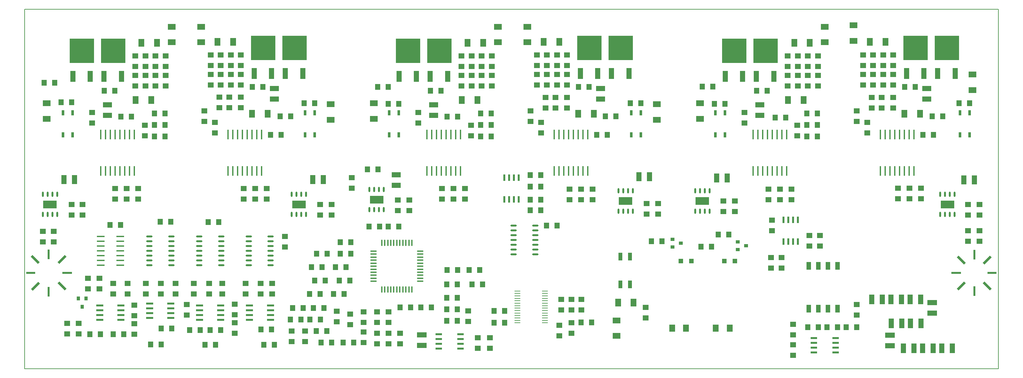
<source format=gbr>
G04 EasyPC Gerber Version 20.0.2 Build 4112 *
G04 #@! TF.Part,Single*
G04 #@! TF.FileFunction,Paste,Top *
%FSLAX35Y35*%
%MOIN*%
G04 #@! TA.AperFunction,SMDPad*
%ADD143O,0.01200X0.06880*%
%ADD154O,0.01762X0.05502*%
%ADD144O,0.06880X0.01200*%
%ADD159O,0.06600X0.01900*%
%ADD167R,0.06000X0.00778*%
%ADD160R,0.08060X0.01760*%
%ADD139R,0.01760X0.09900*%
%ADD150R,0.07400X0.01900*%
%ADD156R,0.02156X0.06880*%
G04 #@! TA.AperFunction,WasherPad*
%ADD132R,0.02400X0.10400*%
G04 #@! TA.AperFunction,SMDPad*
%ADD161R,0.02900X0.05400*%
%ADD164R,0.03400X0.04200*%
%ADD141R,0.04400X0.07900*%
%ADD142R,0.04500X0.08400*%
%ADD163R,0.04912X0.04912*%
%ADD136R,0.05699X0.11211*%
%ADD152R,0.05700X0.06490*%
%ADD165R,0.06880X0.02156*%
G04 #@! TA.AperFunction,WasherPad*
%ADD133R,0.09400X0.02400*%
%AMT134*0 Rectangle Pad at angle 45*21,1,0.02400,0.10400,0,0,45*%
%ADD134T134*%
%ADD131R,0.10400X0.02400*%
G04 #@! TA.AperFunction,SMDPad*
%ADD162R,0.04200X0.03400*%
%ADD151R,0.06490X0.05700*%
%ADD153R,0.05700X0.09600*%
%ADD168R,0.05700X0.10030*%
%ADD140R,0.06400X0.07400*%
%ADD157R,0.06400X0.07900*%
%ADD138R,0.09600X0.05700*%
%ADD166R,0.10030X0.05700*%
%ADD158R,0.07900X0.06400*%
%ADD155R,0.14400X0.08455*%
G04 #@! TD.AperFunction*
%ADD10C,0.00500*%
G04 #@! TA.AperFunction,WasherPad*
%AMT135*0 Rectangle Pad at angle 135*21,1,0.02400,0.10400,0,0,135*%
%ADD135T135*%
G04 #@! TA.AperFunction,SMDPad*
%ADD137R,0.25778X0.25778*%
X0Y0D02*
D02*
D10*
X1292500Y1627789D02*
X2307500D01*
Y2002789*
X1292500*
Y1627789*
D02*
D131*
X1337000Y1727789D03*
X2263500D03*
D02*
D132*
X1317500Y1708289D03*
Y1747289D03*
X2282500Y1708789D03*
Y1746789D03*
D02*
D133*
X1299000Y1727789D03*
X2301000D03*
D02*
D134*
X1303500Y1741789D03*
X1331500Y1714289D03*
X2269000Y1741289D03*
X2296000Y1714289D03*
D02*
D135*
X1304000Y1713789D03*
X1331500Y1741789D03*
X2269000Y1714289D03*
X2296000Y1741289D03*
D02*
D136*
X1342839Y1932978D03*
X1360949D03*
X1375339D03*
X1393449D03*
X1531839Y1935978D03*
X1549949D03*
X1564339D03*
X1582449D03*
X1682839Y1932978D03*
X1700949D03*
X1715339D03*
X1733449D03*
X1871839Y1935978D03*
X1889949D03*
X1904339D03*
X1922449D03*
X2022839Y1932978D03*
X2040949D03*
X2055339D03*
X2073449D03*
X2211839Y1935978D03*
X2229949D03*
X2244339D03*
X2262449D03*
D02*
D137*
X1352287Y1959356D03*
X1384787D03*
X1541287Y1962356D03*
X1573787D03*
X1692287Y1959356D03*
X1724787D03*
X1881287Y1962356D03*
X1913787D03*
X2032287Y1959356D03*
X2064787D03*
X2221287Y1962356D03*
X2253787D03*
D02*
D138*
X1379000Y1892289D03*
Y1903289D03*
X1553000Y1909289D03*
Y1920289D03*
X1680000Y1819289D03*
Y1830289D03*
X1719000Y1892289D03*
Y1903289D03*
X1893000Y1909289D03*
Y1920289D03*
X2059000Y1892289D03*
Y1903289D03*
X2233000Y1909289D03*
Y1920289D03*
D02*
D139*
X1372000Y1834289D03*
Y1872289D03*
X1377000Y1834289D03*
Y1872289D03*
X1382000Y1834289D03*
Y1872289D03*
X1387000Y1834289D03*
Y1872289D03*
X1392000Y1834289D03*
Y1872289D03*
X1397000Y1834289D03*
Y1872289D03*
X1402000Y1834289D03*
Y1872289D03*
X1407000Y1834289D03*
Y1872289D03*
X1504500Y1834289D03*
Y1872289D03*
X1509500Y1834289D03*
Y1872289D03*
X1514500Y1834289D03*
Y1872289D03*
X1519500Y1834289D03*
Y1872289D03*
X1524500Y1834289D03*
Y1872289D03*
X1529500Y1834289D03*
Y1872289D03*
X1534500Y1834289D03*
Y1872289D03*
X1539500Y1834289D03*
Y1872289D03*
X1712000Y1834289D03*
Y1872289D03*
X1717000Y1834289D03*
Y1872289D03*
X1722000Y1834289D03*
Y1872289D03*
X1727000Y1834289D03*
Y1872289D03*
X1732000Y1834289D03*
Y1872289D03*
X1737000Y1834289D03*
Y1872289D03*
X1742000Y1834289D03*
Y1872289D03*
X1747000Y1834289D03*
Y1872289D03*
X1844500Y1834289D03*
Y1872289D03*
X1849500Y1834289D03*
Y1872289D03*
X1854500Y1834289D03*
Y1872289D03*
X1859500Y1834289D03*
Y1872289D03*
X1864500Y1834289D03*
Y1872289D03*
X1869500Y1834289D03*
Y1872289D03*
X1874500Y1834289D03*
Y1872289D03*
X1879500Y1834289D03*
Y1872289D03*
X2052000Y1834289D03*
Y1872289D03*
X2057000Y1834289D03*
Y1872289D03*
X2062000Y1834289D03*
Y1872289D03*
X2067000Y1834289D03*
Y1872289D03*
X2072000Y1834289D03*
Y1872289D03*
X2077000Y1834289D03*
Y1872289D03*
X2082000Y1834289D03*
Y1872289D03*
X2087000Y1834289D03*
Y1872289D03*
X2184500Y1834289D03*
Y1872289D03*
X2189500Y1834289D03*
Y1872289D03*
X2194500Y1834289D03*
Y1872289D03*
X2199500Y1834289D03*
Y1872289D03*
X2204500Y1834289D03*
Y1872289D03*
X2209500Y1834289D03*
Y1872289D03*
X2214500Y1834289D03*
Y1872289D03*
X2219500Y1834289D03*
Y1872289D03*
D02*
D140*
X1967500Y1670289D03*
X1982000D03*
X2013000D03*
X2027500D03*
D02*
D141*
X1913500Y1715789D03*
Y1744789D03*
X1923500Y1715789D03*
Y1744789D03*
D02*
D142*
X2110000Y1690407D03*
Y1735171D03*
X2120000Y1690407D03*
Y1735171D03*
X2130000Y1690407D03*
Y1735171D03*
X2140000Y1690407D03*
Y1735171D03*
D02*
D143*
X1664752Y1710380D03*
Y1759199D03*
X1667902Y1710380D03*
Y1759199D03*
X1671051Y1710380D03*
Y1759199D03*
X1674201Y1710380D03*
Y1759199D03*
X1677350Y1710380D03*
Y1759199D03*
X1680500Y1710380D03*
Y1759199D03*
X1683650Y1710380D03*
Y1759199D03*
X1686799Y1710380D03*
Y1759199D03*
X1689949Y1710380D03*
Y1759199D03*
X1693098Y1710380D03*
Y1759199D03*
X1696248Y1710380D03*
Y1759199D03*
D02*
D144*
X1656091Y1719041D03*
Y1722191D03*
Y1725341D03*
Y1728490D03*
Y1731640D03*
Y1734789D03*
Y1737939D03*
Y1741089D03*
Y1744238D03*
Y1747388D03*
Y1750537D03*
X1704909Y1719041D03*
Y1722191D03*
Y1725341D03*
Y1728490D03*
Y1731640D03*
Y1734789D03*
Y1737939D03*
Y1741089D03*
Y1744238D03*
Y1747388D03*
Y1750537D03*
D02*
D150*
X1371000Y1678789D03*
Y1683789D03*
Y1688789D03*
Y1693789D03*
X1393000Y1678789D03*
Y1683789D03*
Y1688789D03*
Y1693789D03*
X1423000Y1680789D03*
Y1685789D03*
Y1690789D03*
Y1695789D03*
X1445000Y1680789D03*
Y1685789D03*
Y1690789D03*
Y1695789D03*
X1475000Y1678789D03*
Y1683789D03*
Y1688789D03*
Y1693789D03*
X1497000Y1678789D03*
Y1683789D03*
Y1688789D03*
Y1693789D03*
X1527000Y1678789D03*
Y1683789D03*
Y1688789D03*
Y1693789D03*
X1549000Y1678789D03*
Y1683789D03*
Y1688789D03*
Y1693789D03*
D02*
D151*
X1311500Y1760289D03*
Y1771289D03*
X1323000Y1760289D03*
Y1771289D03*
X1337000Y1664289D03*
Y1675289D03*
X1341500Y1788289D03*
Y1799289D03*
X1349000Y1664289D03*
Y1675289D03*
X1353000Y1788289D03*
Y1799289D03*
X1358500Y1711289D03*
Y1722289D03*
X1363000Y1884289D03*
Y1895289D03*
X1370500Y1711289D03*
Y1722289D03*
X1385000Y1705789D03*
Y1716789D03*
X1387000Y1804789D03*
Y1815789D03*
X1399000Y1804789D03*
Y1815789D03*
X1400000Y1705789D03*
Y1716789D03*
X1407000Y1663789D03*
Y1674789D03*
Y1683289D03*
Y1694289D03*
X1408000Y1922789D03*
Y1933789D03*
Y1943289D03*
Y1954289D03*
X1411000Y1804789D03*
Y1815789D03*
X1418000Y1870789D03*
Y1881789D03*
X1418500Y1922789D03*
Y1933789D03*
Y1943289D03*
Y1954289D03*
X1419000Y1705789D03*
Y1716789D03*
X1429000Y1922789D03*
Y1933789D03*
Y1943289D03*
Y1954289D03*
X1434500Y1705789D03*
Y1716789D03*
X1439500Y1922789D03*
Y1933789D03*
Y1943289D03*
Y1954289D03*
X1450000Y1705789D03*
Y1716789D03*
X1461500Y1683789D03*
Y1694789D03*
X1469000Y1705789D03*
Y1716789D03*
X1480000Y1885789D03*
Y1896789D03*
X1485000Y1705789D03*
Y1716789D03*
X1486500Y1923789D03*
Y1934789D03*
Y1944289D03*
Y1955289D03*
X1491000Y1873789D03*
Y1884789D03*
X1495500Y1900289D03*
Y1911289D03*
X1497000Y1923789D03*
Y1934789D03*
Y1944289D03*
Y1955289D03*
X1498500Y1705789D03*
Y1716789D03*
X1506000Y1900289D03*
Y1911289D03*
X1507500Y1923789D03*
Y1934789D03*
Y1944289D03*
Y1955289D03*
X1511500Y1664789D03*
Y1675789D03*
Y1684289D03*
Y1695289D03*
X1518000Y1900289D03*
Y1911289D03*
Y1923789D03*
Y1934789D03*
Y1944289D03*
Y1955289D03*
X1521000Y1804789D03*
Y1815789D03*
X1523000Y1705789D03*
Y1716789D03*
X1533000Y1804789D03*
Y1815789D03*
X1538500Y1705789D03*
Y1716789D03*
X1545000Y1804789D03*
Y1815789D03*
X1550500Y1705789D03*
Y1716789D03*
X1564000Y1754789D03*
Y1765789D03*
X1571000Y1656289D03*
Y1667289D03*
X1585000Y1656289D03*
Y1667289D03*
X1600500Y1788289D03*
Y1799289D03*
X1612500Y1788289D03*
Y1799289D03*
X1618000Y1676789D03*
Y1687789D03*
X1632000Y1673789D03*
Y1684789D03*
X1633500Y1816289D03*
Y1827289D03*
X1646000Y1655289D03*
Y1666289D03*
Y1676289D03*
Y1687289D03*
X1660000Y1653789D03*
Y1664789D03*
Y1676289D03*
Y1687289D03*
X1672000Y1653789D03*
Y1664789D03*
Y1676289D03*
Y1687289D03*
X1681500Y1792789D03*
Y1803789D03*
X1684000Y1653789D03*
Y1664789D03*
X1693500Y1792789D03*
Y1803789D03*
X1703000Y1884289D03*
Y1895289D03*
X1727500Y1804789D03*
Y1815789D03*
X1739500Y1804789D03*
Y1815789D03*
X1748000Y1922789D03*
Y1933789D03*
Y1943289D03*
Y1954289D03*
X1751500Y1804789D03*
Y1815789D03*
X1755000Y1677289D03*
Y1688289D03*
X1758000Y1870789D03*
Y1881789D03*
X1758500Y1922789D03*
Y1933789D03*
Y1943289D03*
Y1954289D03*
X1765000Y1649289D03*
Y1660289D03*
X1769000Y1922789D03*
Y1933789D03*
Y1943289D03*
Y1954289D03*
X1777500Y1649289D03*
Y1660289D03*
X1779500Y1922789D03*
Y1933789D03*
Y1943289D03*
Y1954289D03*
X1820000Y1885789D03*
Y1896789D03*
X1826500Y1923789D03*
Y1934789D03*
Y1944289D03*
Y1955289D03*
X1831000Y1873789D03*
Y1884789D03*
X1835500Y1899789D03*
Y1910789D03*
X1837000Y1923789D03*
Y1934789D03*
Y1944289D03*
Y1955289D03*
X1846000Y1899789D03*
Y1910789D03*
X1847500Y1923789D03*
Y1934789D03*
Y1944289D03*
Y1955289D03*
X1850000Y1662289D03*
Y1673289D03*
X1852000Y1689289D03*
Y1700289D03*
X1858000Y1899789D03*
Y1910789D03*
Y1923789D03*
Y1934789D03*
Y1944289D03*
Y1955289D03*
X1860500Y1804289D03*
Y1815289D03*
X1862500Y1664789D03*
Y1675789D03*
Y1689289D03*
Y1700289D03*
X1872500Y1804289D03*
Y1815289D03*
X1873000Y1689289D03*
Y1700289D03*
X1884500Y1804289D03*
Y1815289D03*
X1940000Y1680789D03*
Y1691789D03*
X1941000Y1789289D03*
Y1800289D03*
X1953000Y1789289D03*
Y1800289D03*
X2021000Y1791789D03*
Y1802789D03*
X2033000Y1791789D03*
Y1802789D03*
X2043000Y1884289D03*
Y1895289D03*
X2068000Y1804289D03*
Y1815289D03*
X2070500Y1732789D03*
Y1743789D03*
X2071500Y1771789D03*
Y1782789D03*
X2080000Y1804289D03*
Y1815289D03*
X2081500Y1732789D03*
Y1743789D03*
X2088000Y1922789D03*
Y1933789D03*
Y1943289D03*
Y1954289D03*
X2092000Y1804289D03*
Y1815289D03*
X2093500Y1641789D03*
Y1652789D03*
Y1663289D03*
Y1674289D03*
X2098000Y1870789D03*
Y1881789D03*
X2098500Y1922789D03*
Y1933789D03*
Y1943289D03*
Y1954289D03*
X2109000Y1922789D03*
Y1933789D03*
Y1943289D03*
Y1954289D03*
X2110500Y1755789D03*
Y1766789D03*
X2119500Y1922789D03*
Y1933789D03*
Y1943289D03*
Y1954289D03*
X2121500Y1755789D03*
Y1766789D03*
X2160000Y1683789D03*
Y1694789D03*
Y1885789D03*
Y1896789D03*
X2166500Y1923789D03*
Y1934789D03*
Y1944289D03*
Y1955289D03*
X2171000Y1873789D03*
Y1884789D03*
X2175500Y1899789D03*
Y1910789D03*
X2177000Y1923789D03*
Y1934789D03*
Y1944289D03*
Y1955289D03*
X2186000Y1899789D03*
Y1910789D03*
X2187500Y1923789D03*
Y1934789D03*
Y1944289D03*
Y1955289D03*
X2198000Y1899789D03*
Y1910789D03*
Y1923789D03*
Y1934789D03*
Y1944289D03*
Y1955289D03*
X2203000Y1805289D03*
Y1816289D03*
X2215000Y1805289D03*
Y1816289D03*
X2227000Y1805289D03*
Y1816289D03*
X2276000Y1760789D03*
Y1771789D03*
Y1788289D03*
Y1799289D03*
X2288000Y1760789D03*
Y1771789D03*
Y1788289D03*
Y1799289D03*
D02*
D152*
X1313000Y1926289D03*
X1324000D03*
X1330500Y1905789D03*
X1341500D03*
X1360500Y1663789D03*
X1371500D03*
X1375500Y1917789D03*
X1381500Y1777789D03*
X1385000Y1663789D03*
X1386500Y1917789D03*
X1392500Y1777789D03*
X1393000Y1890789D03*
X1396000Y1663789D03*
X1404000Y1890789D03*
X1424000Y1653289D03*
X1428000Y1870289D03*
Y1882289D03*
Y1894289D03*
X1434000Y1781289D03*
X1435000Y1653289D03*
Y1669789D03*
X1439000Y1870289D03*
Y1882289D03*
Y1894289D03*
X1445000Y1781289D03*
X1446000Y1669789D03*
X1464500Y1668289D03*
X1475500D03*
X1480500Y1652789D03*
X1484000Y1780789D03*
X1486000Y1668289D03*
X1491500Y1652789D03*
X1495000Y1780789D03*
X1497000Y1668289D03*
X1530000Y1921789D03*
X1539000Y1668789D03*
X1541000Y1921789D03*
X1542000Y1652789D03*
X1549000Y1871789D03*
X1550000Y1668789D03*
X1553000Y1652789D03*
X1559000Y1891289D03*
X1560000Y1871789D03*
X1569500Y1679289D03*
X1570000Y1891289D03*
X1572000Y1691289D03*
X1580500Y1679289D03*
X1583000Y1691289D03*
X1584000Y1904789D03*
X1589500Y1705789D03*
X1590000Y1679289D03*
X1591500Y1733789D03*
X1593500Y1691289D03*
X1595000Y1719789D03*
Y1904789D03*
X1596500Y1667289D03*
X1597000Y1747789D03*
X1600500Y1705789D03*
X1601000Y1679289D03*
X1601500Y1655289D03*
X1602500Y1733789D03*
X1604500Y1691289D03*
X1606000Y1719789D03*
X1607500Y1667289D03*
X1608000Y1747789D03*
X1612500Y1655289D03*
X1614500Y1705789D03*
X1616500Y1733789D03*
X1620500Y1719789D03*
X1621500Y1747789D03*
Y1759789D03*
X1624500Y1655289D03*
X1625500Y1705789D03*
X1627500Y1733789D03*
X1631500Y1719789D03*
X1632500Y1747789D03*
Y1759789D03*
X1635500Y1655289D03*
X1650000Y1835789D03*
X1651500Y1776289D03*
X1660500Y1921789D03*
X1661000Y1835789D03*
X1662500Y1776289D03*
X1671500D03*
Y1904289D03*
Y1921789D03*
X1682500Y1776289D03*
Y1904289D03*
X1684000Y1691789D03*
X1695000D03*
X1705500D03*
X1715500Y1917789D03*
X1716500Y1691789D03*
X1726500Y1917789D03*
X1732500Y1677789D03*
Y1689789D03*
Y1701789D03*
Y1715789D03*
X1733000Y1730789D03*
Y1890789D03*
X1743500Y1677789D03*
Y1689789D03*
Y1701789D03*
Y1715789D03*
X1744000Y1730789D03*
Y1890789D03*
X1756000Y1730789D03*
X1759000Y1715789D03*
X1767000Y1730789D03*
X1768000Y1870289D03*
Y1882289D03*
Y1894289D03*
X1770000Y1715789D03*
X1779000Y1870289D03*
Y1882289D03*
Y1894289D03*
X1782000Y1675789D03*
Y1688289D03*
X1793000Y1675789D03*
Y1688289D03*
X1819500Y1793289D03*
Y1804289D03*
Y1817789D03*
Y1829789D03*
X1830500Y1793289D03*
Y1804289D03*
Y1817789D03*
Y1829789D03*
X1836500Y1777289D03*
X1847500D03*
X1870000Y1921789D03*
X1872500Y1676289D03*
X1881000Y1921789D03*
X1883500Y1676289D03*
X1889000Y1871789D03*
X1898000Y1891289D03*
X1900000Y1871789D03*
X1909000Y1891289D03*
X1924000Y1904789D03*
X1935000D03*
X1946000Y1760789D03*
X1957000D03*
X1997500Y1755289D03*
X1999000Y1922289D03*
X2008500Y1755289D03*
X2010000Y1922289D03*
X2011500Y1904289D03*
X2015500Y1767789D03*
X2022500Y1904289D03*
X2026500Y1767789D03*
X2055500Y1917789D03*
X2066500D03*
X2075000Y1889789D03*
X2086000D03*
X2108000Y1870289D03*
Y1882289D03*
Y1894289D03*
X2109000Y1671289D03*
X2119000Y1870289D03*
Y1882289D03*
Y1894289D03*
X2120000Y1671289D03*
X2129000D03*
X2140000D03*
X2149000D03*
X2160000D03*
X2210000Y1921789D03*
X2221000D03*
X2229000Y1871789D03*
X2238500Y1891289D03*
X2240000Y1871789D03*
X2249500Y1891289D03*
X2266500Y1904789D03*
X2277500D03*
D02*
D153*
X1333500Y1825289D03*
X1344500D03*
X1593000D03*
X1604000D03*
X1933000Y1828289D03*
X1944000D03*
X2014000Y1826789D03*
X2025000D03*
X2271500Y1824789D03*
X2282500D03*
D02*
D154*
X1311500Y1788659D03*
Y1809919D03*
X1316500Y1788659D03*
Y1809919D03*
X1321500Y1788659D03*
Y1809919D03*
X1326500Y1788659D03*
Y1809919D03*
X1571000Y1788659D03*
Y1809919D03*
X1576000Y1788659D03*
Y1809919D03*
X1581000Y1788659D03*
Y1809919D03*
X1586000Y1788659D03*
Y1809919D03*
X1652000Y1793659D03*
Y1814919D03*
X1657000Y1793659D03*
Y1814919D03*
X1662000Y1793659D03*
Y1814919D03*
X1667000Y1793659D03*
Y1814919D03*
X1911500Y1792159D03*
Y1813419D03*
X1916500Y1792159D03*
Y1813419D03*
X1921500Y1792159D03*
Y1813419D03*
X1926500Y1792159D03*
Y1813419D03*
X1991500Y1792159D03*
Y1813419D03*
X1996500Y1792159D03*
Y1813419D03*
X2001500Y1792159D03*
Y1813419D03*
X2006500Y1792159D03*
Y1813419D03*
X2247000Y1788659D03*
Y1809919D03*
X2252000Y1788659D03*
Y1809919D03*
X2257000Y1788659D03*
Y1809919D03*
X2262000Y1788659D03*
Y1809919D03*
D02*
D155*
X1319000Y1799289D03*
X1578500D03*
X1659500Y1804289D03*
X1919000Y1802789D03*
X1999000D03*
X2254500Y1799289D03*
D02*
D156*
X1792500Y1804372D03*
Y1827207D03*
X1797500Y1804372D03*
Y1827207D03*
X1802500Y1804372D03*
Y1827207D03*
X1807500Y1804372D03*
Y1827207D03*
X2083500Y1760372D03*
Y1783207D03*
X2088500Y1760372D03*
Y1783207D03*
X2093500Y1760372D03*
Y1783207D03*
X2098500Y1760372D03*
Y1783207D03*
D02*
D157*
X1408232Y1908289D03*
X1414232Y1967789D03*
X1424374Y1908289D03*
X1430374Y1967789D03*
X1493626Y1968789D03*
X1509768D03*
X1529626Y1893789D03*
X1545768D03*
X1748232Y1908289D03*
X1754232Y1967789D03*
X1764374Y1908289D03*
X1770374Y1967789D03*
X1833626Y1968789D03*
X1849768D03*
X1869626Y1893789D03*
X1885768D03*
X1911126Y1696789D03*
X1927268D03*
X2088232Y1908289D03*
X2094732Y1967789D03*
X2104374Y1908289D03*
X2110874Y1967789D03*
X2173626Y1968789D03*
X2189768D03*
X2209626Y1893789D03*
X2225768D03*
D02*
D158*
X1315500Y1888522D03*
Y1904663D03*
X1446000Y1968415D03*
Y1984557D03*
X1476500Y1968415D03*
Y1984557D03*
X1611500Y1887522D03*
Y1903663D03*
X1656500Y1888522D03*
Y1904663D03*
X1786000Y1968415D03*
Y1984557D03*
X1816500Y1968415D03*
Y1984557D03*
X1909500Y1662022D03*
Y1678163D03*
X1951500Y1887522D03*
Y1903663D03*
X1996500Y1888522D03*
Y1904663D03*
X2126500Y1968415D03*
Y1984557D03*
X2156500Y1969915D03*
Y1986057D03*
X2280500Y1918522D03*
Y1934663D03*
D02*
D159*
X1422600Y1735789D03*
Y1740789D03*
Y1745789D03*
Y1750789D03*
Y1755789D03*
Y1760789D03*
Y1765789D03*
X1445400Y1735789D03*
Y1740789D03*
Y1745789D03*
Y1750789D03*
Y1755789D03*
Y1760789D03*
Y1765789D03*
X1474600Y1735789D03*
Y1740789D03*
Y1745789D03*
Y1750789D03*
Y1755789D03*
Y1760789D03*
Y1765789D03*
X1497400Y1735789D03*
Y1740789D03*
Y1745789D03*
Y1750789D03*
Y1755789D03*
Y1760789D03*
Y1765789D03*
X1526100Y1735789D03*
Y1740789D03*
Y1745789D03*
Y1750789D03*
Y1755789D03*
Y1760789D03*
Y1765789D03*
X1548900Y1735789D03*
Y1740789D03*
Y1745789D03*
Y1750789D03*
Y1755789D03*
Y1760789D03*
Y1765789D03*
X1802100Y1747289D03*
Y1752289D03*
Y1757289D03*
Y1762289D03*
Y1767289D03*
Y1772289D03*
Y1777289D03*
X1824900Y1747289D03*
Y1752289D03*
Y1757289D03*
Y1762289D03*
Y1767289D03*
Y1772289D03*
Y1777289D03*
D02*
D160*
X1371764Y1735789D03*
Y1740789D03*
Y1745789D03*
Y1750789D03*
Y1755789D03*
Y1760789D03*
Y1765789D03*
X1392236Y1735789D03*
Y1740789D03*
Y1745789D03*
Y1750789D03*
Y1755789D03*
Y1760789D03*
Y1765789D03*
D02*
D161*
X1332500Y1871789D03*
Y1894789D03*
X1342500Y1871789D03*
Y1894789D03*
X1585000Y1871789D03*
Y1894789D03*
X1595000Y1871789D03*
Y1894789D03*
X1672500Y1871789D03*
Y1894789D03*
X1682500Y1871789D03*
Y1894789D03*
X1925000Y1871789D03*
Y1894789D03*
X1935000Y1871789D03*
Y1894789D03*
X2012500Y1871789D03*
Y1894789D03*
X2022500Y1871789D03*
Y1894789D03*
X2267500Y1871789D03*
Y1894789D03*
X2277500Y1871789D03*
Y1894789D03*
D02*
D162*
X1967700Y1754789D03*
Y1762789D03*
X1976400Y1758789D03*
X2035700Y1752289D03*
Y1760289D03*
X2044400Y1756289D03*
D02*
D163*
X1976488Y1740289D03*
X1987512D03*
X2021988D03*
X2033012D03*
D02*
D164*
X1348500Y1701089D03*
X1352500Y1692389D03*
X1356500Y1701089D03*
D02*
D165*
X1724083Y1648789D03*
Y1653789D03*
Y1658789D03*
Y1663789D03*
X1746917Y1648789D03*
Y1653789D03*
Y1658789D03*
Y1663789D03*
X2115083Y1644789D03*
Y1649789D03*
Y1654789D03*
Y1659789D03*
X2137917Y1644789D03*
Y1649789D03*
Y1654789D03*
Y1659789D03*
D02*
D166*
X1706500Y1652289D03*
Y1663289D03*
X2194500Y1651789D03*
Y1662789D03*
X2238500Y1685789D03*
Y1696789D03*
D02*
D167*
X1806258Y1675656D03*
Y1678215D03*
Y1680774D03*
Y1683333D03*
Y1685892D03*
Y1688451D03*
Y1691010D03*
Y1693569D03*
Y1696128D03*
Y1698687D03*
Y1701246D03*
Y1703805D03*
Y1706364D03*
Y1708923D03*
X1834742Y1675656D03*
Y1678215D03*
Y1680774D03*
Y1683333D03*
Y1685892D03*
Y1688451D03*
Y1691010D03*
Y1693569D03*
Y1696128D03*
Y1698687D03*
Y1701246D03*
Y1703805D03*
Y1706364D03*
Y1708923D03*
D02*
D168*
X2175500Y1700289D03*
X2186500D03*
X2195500D03*
X2196000Y1675289D03*
X2206500Y1700289D03*
X2207000Y1675289D03*
X2208500Y1649289D03*
X2215500Y1700289D03*
X2216000Y1675289D03*
X2219500Y1649289D03*
X2226500Y1700289D03*
X2227000Y1675289D03*
X2228500Y1649289D03*
X2239500D03*
X2248500D03*
X2259500D03*
X0Y0D02*
M02*

</source>
